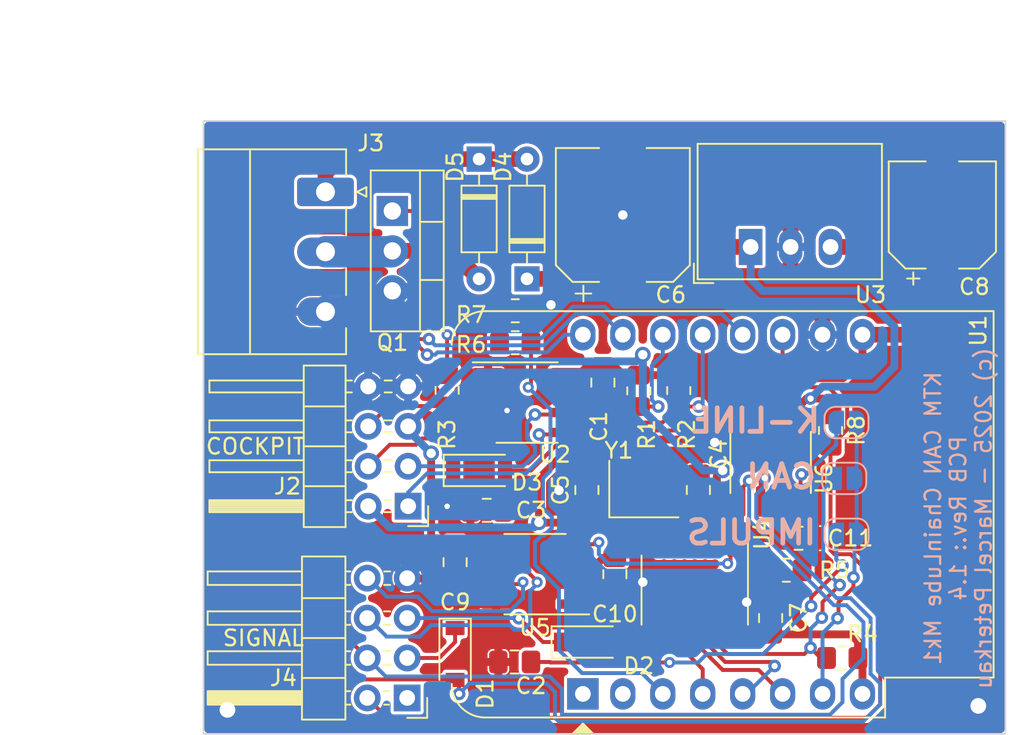
<source format=kicad_pcb>
(kicad_pcb
	(version 20241229)
	(generator "pcbnew")
	(generator_version "9.0")
	(general
		(thickness 1.6)
		(legacy_teardrops no)
	)
	(paper "A4")
	(layers
		(0 "F.Cu" signal)
		(2 "B.Cu" signal)
		(9 "F.Adhes" user "F.Adhesive")
		(11 "B.Adhes" user "B.Adhesive")
		(13 "F.Paste" user)
		(15 "B.Paste" user)
		(5 "F.SilkS" user "F.Silkscreen")
		(7 "B.SilkS" user "B.Silkscreen")
		(1 "F.Mask" user)
		(3 "B.Mask" user)
		(17 "Dwgs.User" user "User.Drawings")
		(19 "Cmts.User" user "User.Comments")
		(21 "Eco1.User" user "User.Eco1")
		(23 "Eco2.User" user "User.Eco2")
		(25 "Edge.Cuts" user)
		(27 "Margin" user)
		(31 "F.CrtYd" user "F.Courtyard")
		(29 "B.CrtYd" user "B.Courtyard")
		(35 "F.Fab" user)
		(33 "B.Fab" user)
	)
	(setup
		(pad_to_mask_clearance 0)
		(allow_soldermask_bridges_in_footprints no)
		(tenting front back)
		(pcbplotparams
			(layerselection 0x00000000_00000000_55555555_5755f5ff)
			(plot_on_all_layers_selection 0x00000000_00000000_00000000_00000000)
			(disableapertmacros no)
			(usegerberextensions yes)
			(usegerberattributes no)
			(usegerberadvancedattributes no)
			(creategerberjobfile no)
			(dashed_line_dash_ratio 12.000000)
			(dashed_line_gap_ratio 3.000000)
			(svgprecision 6)
			(plotframeref no)
			(mode 1)
			(useauxorigin no)
			(hpglpennumber 1)
			(hpglpenspeed 20)
			(hpglpendiameter 15.000000)
			(pdf_front_fp_property_popups yes)
			(pdf_back_fp_property_popups yes)
			(pdf_metadata yes)
			(pdf_single_document no)
			(dxfpolygonmode yes)
			(dxfimperialunits yes)
			(dxfusepcbnewfont yes)
			(psnegative no)
			(psa4output no)
			(plot_black_and_white yes)
			(sketchpadsonfab no)
			(plotpadnumbers no)
			(hidednponfab no)
			(sketchdnponfab yes)
			(crossoutdnponfab yes)
			(subtractmaskfromsilk yes)
			(outputformat 1)
			(mirror no)
			(drillshape 0)
			(scaleselection 1)
			(outputdirectory "gerber/")
		)
	)
	(net 0 "")
	(net 1 "GND")
	(net 2 "+5V")
	(net 3 "Net-(D3-A)")
	(net 4 "Net-(U4-OSC2)")
	(net 5 "Net-(U4-OSC1)")
	(net 6 "MISO")
	(net 7 "+3V3")
	(net 8 "PUMP")
	(net 9 "CS")
	(net 10 "SCK")
	(net 11 "MOSI")
	(net 12 "Net-(D1-K)")
	(net 13 "Net-(D2-K)")
	(net 14 "VDC")
	(net 15 "Net-(D3-K)")
	(net 16 "Net-(D5-A)")
	(net 17 "Net-(J2-Pin_6)")
	(net 18 "Net-(J2-Pin_1)")
	(net 19 "Net-(J2-Pin_3)")
	(net 20 "K-Line")
	(net 21 "Net-(Q1-G)")
	(net 22 "Net-(U1-D3)")
	(net 23 "Net-(U4-~{RESET})")
	(net 24 "unconnected-(U1-~{RST}-Pad1)")
	(net 25 "unconnected-(U1-A0-Pad2)")
	(net 26 "unconnected-(U4-~{RX0BF}-Pad12)")
	(net 27 "unconnected-(U4-NC-Pad15)")
	(net 28 "unconnected-(U4-NC-Pad6)")
	(net 29 "Net-(U4-RXCAN)")
	(net 30 "unconnected-(U4-~{TX2RTS}-Pad7)")
	(net 31 "CAN_L")
	(net 32 "CAN_H")
	(net 33 "unconnected-(U4-~{INT}-Pad13)")
	(net 34 "unconnected-(U4-~{TX0RTS}-Pad4)")
	(net 35 "unconnected-(U4-CLKOUT{slash}SOF-Pad3)")
	(net 36 "SERIAL_RX")
	(net 37 "Net-(U4-TXCAN)")
	(net 38 "unconnected-(U4-~{RX1BF}-Pad11)")
	(net 39 "SERIAL_TX")
	(net 40 "unconnected-(U4-~{TX1RTS}-Pad5)")
	(net 41 "unconnected-(U6-NC-Pad2)")
	(net 42 "unconnected-(J4-Pin_1-Pad1)")
	(net 43 "+VDC")
	(net 44 "GPIO_PULSE")
	(net 45 "CEN_K-LINE")
	(net 46 "CS_CAN")
	(footprint "Capacitor_SMD:C_0805_2012Metric_Pad1.18x1.45mm_HandSolder" (layer "F.Cu") (at 126.4705 84.836 180))
	(footprint "Capacitor_SMD:C_0805_2012Metric_Pad1.18x1.45mm_HandSolder" (layer "F.Cu") (at 128.2485 94.488 180))
	(footprint "Diode_SMD:D_SOD-123" (layer "F.Cu") (at 132.842 93.218))
	(footprint "Resistor_SMD:R_0805_2012Metric_Pad1.20x1.40mm_HandSolder" (layer "F.Cu") (at 123.952 77.2 90))
	(footprint "Resistor_SMD:R_0805_2012Metric_Pad1.20x1.40mm_HandSolder" (layer "F.Cu") (at 128.286 74.168))
	(footprint "Module:WEMOS_D1_mini_light" (layer "F.Cu") (at 132.588 96.52 90))
	(footprint "Capacitor_SMD:CP_Elec_6.3x7.7" (layer "F.Cu") (at 155.448 66.04 90))
	(footprint "Resistor_SMD:R_0805_2012Metric_Pad1.20x1.40mm_HandSolder" (layer "F.Cu") (at 128.286 72.136))
	(footprint "Diode_SMD:D_SOD-123" (layer "F.Cu") (at 125.984 82.296))
	(footprint "Converter_DCDC:Converter_DCDC_RECOM_R-78E-0.5_THT" (layer "F.Cu") (at 143.256 68.072))
	(footprint "Package_TO_SOT_THT:TO-220-3_Vertical" (layer "F.Cu") (at 120.467 65.786 -90))
	(footprint "Capacitor_SMD:CP_Elec_8x10" (layer "F.Cu") (at 135.128 66.04 90))
	(footprint "Capacitor_SMD:C_0805_2012Metric_Pad1.18x1.45mm_HandSolder" (layer "F.Cu") (at 133.858 76.708 -90))
	(footprint "Diode_THT:D_DO-35_SOD27_P7.62mm_Horizontal" (layer "F.Cu") (at 129.032 70.104 90))
	(footprint "Resistor_SMD:R_0805_2012Metric_Pad1.20x1.40mm_HandSolder" (layer "F.Cu") (at 138.684 77.216 90))
	(footprint "Resistor_SMD:R_0805_2012Metric_Pad1.20x1.40mm_HandSolder" (layer "F.Cu") (at 136.144 77.232 90))
	(footprint "Package_SO:SOIC-8_3.9x4.9mm_P1.27mm" (layer "F.Cu") (at 129.032 77.978))
	(footprint "Diode_THT:D_DO-35_SOD27_P7.62mm_Horizontal" (layer "F.Cu") (at 125.984 62.484 -90))
	(footprint "Package_SO:TSSOP-20_4.4x6.5mm_P0.65mm" (layer "F.Cu") (at 139.7 89.916 -90))
	(footprint "Connector_PinHeader_2.54mm:PinHeader_2x04_P2.54mm_Horizontal" (layer "F.Cu") (at 121.412 96.774 180))
	(footprint "Connector_PinHeader_2.54mm:PinHeader_2x04_P2.54mm_Horizontal" (layer "F.Cu") (at 121.474 84.572 180))
	(footprint "Resistor_SMD:R_0805_2012Metric_Pad1.20x1.40mm_HandSolder" (layer "F.Cu") (at 148.336 79.756 -90))
	(footprint "Package_SO:SOIC-8_3.9x4.9mm_P1.27mm" (layer "F.Cu") (at 129.54 88.9 180))
	(footprint "Capacitor_SMD:C_0805_2012Metric_Pad1.18x1.45mm_HandSolder" (layer "F.Cu") (at 144.526 91.694 90))
	(footprint "Crystal:Crystal_SMD_EuroQuartz_X22-4Pin_2.5x2.0mm_HandSoldering" (layer "F.Cu") (at 136.4645 83.482))
	(footprint "Capacitor_SMD:C_0805_2012Metric_Pad1.18x1.45mm_HandSolder" (layer "F.Cu") (at 139.9325 83.5445 90))
	(footprint "Capacitor_SMD:C_0805_2012Metric_Pad1.18x1.45mm_HandSolder" (layer "F.Cu") (at 134.62 88.9 -90))
	(footprint "Capacitor_SMD:C_0805_2012Metric_Pad1.18x1.45mm_HandSolder" (layer "F.Cu") (at 124.46 88.138 -90))
	(footprint "Connector_Phoenix_MC:PhoenixContact_MC_1,5_3-G-3.81_1x03_P3.81mm_Horizontal" (layer "F.Cu") (at 116.2165 64.571 -90))
	(footprint "Resistor_SMD:R_0805_2012Metric_Pad1.20x1.40mm_HandSolder" (layer "F.Cu") (at 145.526 88.646 180))
	(footprint "Package_SO:SOIC-8_3.9x4.9mm_P1.27mm" (layer "F.Cu") (at 144.526 81.788 -90))
	(footprint "Resistor_SMD:R_0805_2012Metric_Pad1.20x1.40mm_HandSolder"
		(layer "F.Cu")
		(uuid "e5dc9d49-6cfd-4ef5-8232-f3f71cc3991f")
		(at 149.082 94.234 180)
		(descr "Resistor SMD 0805 (2012 Metric), square (rectangular) end terminal, IPC_7351 nominal with elongated pad for handsoldering. (Body size source: IPC-SM-782 page 72, https://www.pcb-3d.com/wordpress/wp-content/uploads/ipc-sm-782a_amendment_1_and_2.pdf), generated with kicad-footprint-generator")
		(tags "resistor handsolder")
		(property "Reference" "R4"
			(at -1.286 1.524 0)
			(layer "F.SilkS")
			(uuid "04d50338-3d52-46eb-bc13-d6c5d7e31e0b")
			(effects
				(font
					(size 1 1)
					(thickness 0.15)
				)
			)
		)
		(property "Value" "4k7"
			(at 0 1.65 0)
			(layer "F.Fab")
			(uuid "e4746833-b3a8-442f-857a-4f20693ef1cb")
			(effects
				(font
					(size 1 1)
					(thickness 0.15)
				)
			)
		)
		(property "Datasheet" ""
			(at 0 0 180)
			(layer "F.Fab")
			(hide yes)
			(uuid "a060dd8b-35fb-4a88-aeb2-fca0c33ad2c2")
			(effects
				(font
					(size 1.27 1.27)
					(thickness 0.15)
				)
			)
		)
		(property "Description" ""
			(at 0 0 180)
			(layer "F.Fab")
			(hide yes)
			(uuid "c4b0d51d-e7c4-49d3-961b-806677ede7f0")
			(effects
				(font
					(size 1.27 1.27)
					(thickness 0.15)
				)
			)
		)
		(property ki_fp_filters "R_*")
		(path "/d6dc0702-b287-40cc-ac79-73767f597846")
		(sheetname "/")
		(sheetfile "oiler SMD.kicad_sch")
		(attr smd)
		(fp_line
			(start -0.227064 0.735)
			(end 0.227064 0.735)
			(stroke
				(width 0.12)
				(type solid)
			)
			(layer "F.SilkS")
			(uuid "38da70ef-24e2-4907-8cff-cb43c20d7fb2")
		)
		(fp_line
			(start -0.227064 -0.735)
			(end 0.227064 -0.735)
			(stroke
				(width 0.12)
				(type solid)
			)
			(layer "F.SilkS")
			(uuid "89a5922c-64d7-4d92-a10e-e269ed911de5")
		)
		(fp_line
			(start 1.85 0.95)
			(end -1.85 0.95)
			(stroke
				(width 0.05)
				(type solid)
			)
			(layer "F.CrtYd")
			(uuid "8ae53c0d-ea57-4e23-9f74-60e33777f83b")
		)
		(fp_line
			(start 1.85 -0.95)
			(end 1.85 0.95)
			(stroke
				(width 0.05)
				(type solid)
			)
			(layer "F.CrtYd")
			(uuid "328540cd-3776-4e05-8103-eba84427bac2")
		)
		(fp_line
			(start -1.85 0.95)
			(end -1.85 -0.95)
			(stroke
				(width 0.05)
				(type solid)
			)
			(layer "F.CrtYd")
			(uuid "023a1c9d-1687-45a4-b119-27e8d9829466")
		)
		(fp_line
			(start -1.85 -0.95)
			(end 1.85 -0.95)
			(stroke
				(width 0.05)
				(type solid)
			)
			(layer "F.CrtYd")
			(uuid "ff25bd7d-ec7a-48a7-a521-dbe6a536cbbc")
		)
		(fp_line
			(start 1 0.625)
			(end -1 0.625)
			(stroke
				(width 0.1)
				(type solid)
			)
			(lay
... [313244 chars truncated]
</source>
